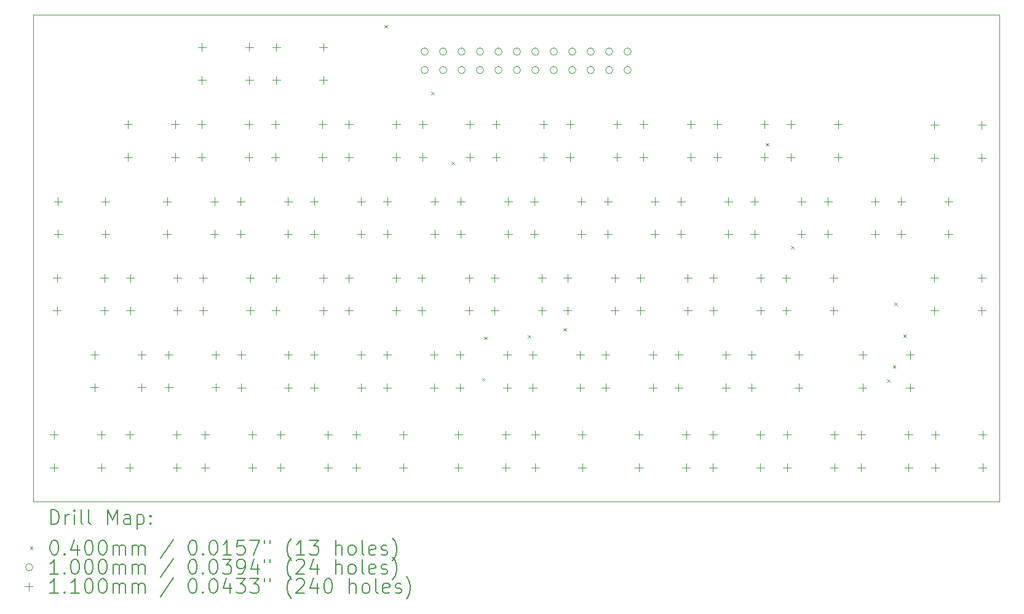
<source format=gbr>
%TF.GenerationSoftware,KiCad,Pcbnew,7.0.1*%
%TF.CreationDate,2023-09-25T23:55:46+03:00*%
%TF.ProjectId,keyboard_test,6b657962-6f61-4726-945f-746573742e6b,rev?*%
%TF.SameCoordinates,Original*%
%TF.FileFunction,Drillmap*%
%TF.FilePolarity,Positive*%
%FSLAX45Y45*%
G04 Gerber Fmt 4.5, Leading zero omitted, Abs format (unit mm)*
G04 Created by KiCad (PCBNEW 7.0.1) date 2023-09-25 23:55:46*
%MOMM*%
%LPD*%
G01*
G04 APERTURE LIST*
%ADD10C,0.100000*%
%ADD11C,0.200000*%
%ADD12C,0.040000*%
%ADD13C,0.110000*%
G04 APERTURE END LIST*
D10*
X3930410Y-8075720D02*
X17229850Y-8075720D01*
X17229850Y-14773700D01*
X3930410Y-14773700D01*
X3930410Y-8075720D01*
D11*
D12*
X8765240Y-8213280D02*
X8805240Y-8253280D01*
X8805240Y-8213280D02*
X8765240Y-8253280D01*
X9408120Y-9131650D02*
X9448120Y-9171650D01*
X9448120Y-9131650D02*
X9408120Y-9171650D01*
X9688610Y-10096440D02*
X9728610Y-10136440D01*
X9728610Y-10096440D02*
X9688610Y-10136440D01*
X10108010Y-13072220D02*
X10148010Y-13112220D01*
X10148010Y-13072220D02*
X10108010Y-13112220D01*
X10141030Y-12505800D02*
X10181030Y-12545800D01*
X10181030Y-12505800D02*
X10141030Y-12545800D01*
X10737930Y-12485480D02*
X10777930Y-12525480D01*
X10777930Y-12485480D02*
X10737930Y-12525480D01*
X11230690Y-12386420D02*
X11270690Y-12426420D01*
X11270690Y-12386420D02*
X11230690Y-12426420D01*
X14016160Y-9839360D02*
X14056160Y-9879360D01*
X14056160Y-9839360D02*
X14016160Y-9879360D01*
X14362510Y-11258660D02*
X14402510Y-11298660D01*
X14402510Y-11258660D02*
X14362510Y-11298660D01*
X15685850Y-13095080D02*
X15725850Y-13135080D01*
X15725850Y-13095080D02*
X15685850Y-13135080D01*
X15764590Y-12899500D02*
X15804590Y-12939500D01*
X15804590Y-12899500D02*
X15764590Y-12939500D01*
X15784910Y-12033360D02*
X15824910Y-12073360D01*
X15824910Y-12033360D02*
X15784910Y-12073360D01*
X15909370Y-12472780D02*
X15949370Y-12512780D01*
X15949370Y-12472780D02*
X15909370Y-12512780D01*
D10*
X9370290Y-8578640D02*
G75*
G03*
X9370290Y-8578640I-50000J0D01*
G01*
X9370290Y-8832640D02*
G75*
G03*
X9370290Y-8832640I-50000J0D01*
G01*
X9624290Y-8578640D02*
G75*
G03*
X9624290Y-8578640I-50000J0D01*
G01*
X9624290Y-8832640D02*
G75*
G03*
X9624290Y-8832640I-50000J0D01*
G01*
X9878290Y-8578640D02*
G75*
G03*
X9878290Y-8578640I-50000J0D01*
G01*
X9878290Y-8832640D02*
G75*
G03*
X9878290Y-8832640I-50000J0D01*
G01*
X10132290Y-8578640D02*
G75*
G03*
X10132290Y-8578640I-50000J0D01*
G01*
X10132290Y-8832640D02*
G75*
G03*
X10132290Y-8832640I-50000J0D01*
G01*
X10386290Y-8578640D02*
G75*
G03*
X10386290Y-8578640I-50000J0D01*
G01*
X10386290Y-8832640D02*
G75*
G03*
X10386290Y-8832640I-50000J0D01*
G01*
X10640290Y-8578640D02*
G75*
G03*
X10640290Y-8578640I-50000J0D01*
G01*
X10640290Y-8832640D02*
G75*
G03*
X10640290Y-8832640I-50000J0D01*
G01*
X10894290Y-8578640D02*
G75*
G03*
X10894290Y-8578640I-50000J0D01*
G01*
X10894290Y-8832640D02*
G75*
G03*
X10894290Y-8832640I-50000J0D01*
G01*
X11148290Y-8578640D02*
G75*
G03*
X11148290Y-8578640I-50000J0D01*
G01*
X11148290Y-8832640D02*
G75*
G03*
X11148290Y-8832640I-50000J0D01*
G01*
X11402290Y-8578640D02*
G75*
G03*
X11402290Y-8578640I-50000J0D01*
G01*
X11402290Y-8832640D02*
G75*
G03*
X11402290Y-8832640I-50000J0D01*
G01*
X11656290Y-8578640D02*
G75*
G03*
X11656290Y-8578640I-50000J0D01*
G01*
X11656290Y-8832640D02*
G75*
G03*
X11656290Y-8832640I-50000J0D01*
G01*
X11910290Y-8578640D02*
G75*
G03*
X11910290Y-8578640I-50000J0D01*
G01*
X11910290Y-8832640D02*
G75*
G03*
X11910290Y-8832640I-50000J0D01*
G01*
X12164290Y-8578640D02*
G75*
G03*
X12164290Y-8578640I-50000J0D01*
G01*
X12164290Y-8832640D02*
G75*
G03*
X12164290Y-8832640I-50000J0D01*
G01*
D13*
X4217550Y-13802700D02*
X4217550Y-13912700D01*
X4162550Y-13857700D02*
X4272550Y-13857700D01*
X4217550Y-14252700D02*
X4217550Y-14362700D01*
X4162550Y-14307700D02*
X4272550Y-14307700D01*
X4260490Y-11641280D02*
X4260490Y-11751280D01*
X4205490Y-11696280D02*
X4315490Y-11696280D01*
X4260490Y-12091280D02*
X4260490Y-12201280D01*
X4205490Y-12146280D02*
X4315490Y-12146280D01*
X4273550Y-10588240D02*
X4273550Y-10698240D01*
X4218550Y-10643240D02*
X4328550Y-10643240D01*
X4273550Y-11038240D02*
X4273550Y-11148240D01*
X4218550Y-11093240D02*
X4328550Y-11093240D01*
X4773930Y-12701520D02*
X4773930Y-12811520D01*
X4718930Y-12756520D02*
X4828930Y-12756520D01*
X4773930Y-13151520D02*
X4773930Y-13261520D01*
X4718930Y-13206520D02*
X4828930Y-13206520D01*
X4867550Y-13802700D02*
X4867550Y-13912700D01*
X4812550Y-13857700D02*
X4922550Y-13857700D01*
X4867550Y-14252700D02*
X4867550Y-14362700D01*
X4812550Y-14307700D02*
X4922550Y-14307700D01*
X4910490Y-11641280D02*
X4910490Y-11751280D01*
X4855490Y-11696280D02*
X4965490Y-11696280D01*
X4910490Y-12091280D02*
X4910490Y-12201280D01*
X4855490Y-12146280D02*
X4965490Y-12146280D01*
X4923550Y-10588240D02*
X4923550Y-10698240D01*
X4868550Y-10643240D02*
X4978550Y-10643240D01*
X4923550Y-11038240D02*
X4923550Y-11148240D01*
X4868550Y-11093240D02*
X4978550Y-11093240D01*
X5236090Y-9528000D02*
X5236090Y-9638000D01*
X5181090Y-9583000D02*
X5291090Y-9583000D01*
X5236090Y-9978000D02*
X5236090Y-10088000D01*
X5181090Y-10033000D02*
X5291090Y-10033000D01*
X5257680Y-13802700D02*
X5257680Y-13912700D01*
X5202680Y-13857700D02*
X5312680Y-13857700D01*
X5257680Y-14252700D02*
X5257680Y-14362700D01*
X5202680Y-14307700D02*
X5312680Y-14307700D01*
X5266570Y-11641280D02*
X5266570Y-11751280D01*
X5211570Y-11696280D02*
X5321570Y-11696280D01*
X5266570Y-12091280D02*
X5266570Y-12201280D01*
X5211570Y-12146280D02*
X5321570Y-12146280D01*
X5423930Y-12701520D02*
X5423930Y-12811520D01*
X5368930Y-12756520D02*
X5478930Y-12756520D01*
X5423930Y-13151520D02*
X5423930Y-13261520D01*
X5368930Y-13206520D02*
X5478930Y-13206520D01*
X5776770Y-10588240D02*
X5776770Y-10698240D01*
X5721770Y-10643240D02*
X5831770Y-10643240D01*
X5776770Y-11038240D02*
X5776770Y-11148240D01*
X5721770Y-11093240D02*
X5831770Y-11093240D01*
X5794890Y-12700460D02*
X5794890Y-12810460D01*
X5739890Y-12755460D02*
X5849890Y-12755460D01*
X5794890Y-13150460D02*
X5794890Y-13260460D01*
X5739890Y-13205460D02*
X5849890Y-13205460D01*
X5886090Y-9528000D02*
X5886090Y-9638000D01*
X5831090Y-9583000D02*
X5941090Y-9583000D01*
X5886090Y-9978000D02*
X5886090Y-10088000D01*
X5831090Y-10033000D02*
X5941090Y-10033000D01*
X5907680Y-13802700D02*
X5907680Y-13912700D01*
X5852680Y-13857700D02*
X5962680Y-13857700D01*
X5907680Y-14252700D02*
X5907680Y-14362700D01*
X5852680Y-14307700D02*
X5962680Y-14307700D01*
X5916570Y-11641280D02*
X5916570Y-11751280D01*
X5861570Y-11696280D02*
X5971570Y-11696280D01*
X5916570Y-12091280D02*
X5916570Y-12201280D01*
X5861570Y-12146280D02*
X5971570Y-12146280D01*
X6250110Y-9528000D02*
X6250110Y-9638000D01*
X6195110Y-9583000D02*
X6305110Y-9583000D01*
X6250110Y-9978000D02*
X6250110Y-10088000D01*
X6195110Y-10033000D02*
X6305110Y-10033000D01*
X6254750Y-8465220D02*
X6254750Y-8575220D01*
X6199750Y-8520220D02*
X6309750Y-8520220D01*
X6254750Y-8915220D02*
X6254750Y-9025220D01*
X6199750Y-8970220D02*
X6309750Y-8970220D01*
X6270100Y-11641280D02*
X6270100Y-11751280D01*
X6215100Y-11696280D02*
X6325100Y-11696280D01*
X6270100Y-12091280D02*
X6270100Y-12201280D01*
X6215100Y-12146280D02*
X6325100Y-12146280D01*
X6297810Y-13802700D02*
X6297810Y-13912700D01*
X6242810Y-13857700D02*
X6352810Y-13857700D01*
X6297810Y-14252700D02*
X6297810Y-14362700D01*
X6242810Y-14307700D02*
X6352810Y-14307700D01*
X6426770Y-10588240D02*
X6426770Y-10698240D01*
X6371770Y-10643240D02*
X6481770Y-10643240D01*
X6426770Y-11038240D02*
X6426770Y-11148240D01*
X6371770Y-11093240D02*
X6481770Y-11093240D01*
X6444890Y-12700460D02*
X6444890Y-12810460D01*
X6389890Y-12755460D02*
X6499890Y-12755460D01*
X6444890Y-13150460D02*
X6444890Y-13260460D01*
X6389890Y-13205460D02*
X6499890Y-13205460D01*
X6787230Y-10588240D02*
X6787230Y-10698240D01*
X6732230Y-10643240D02*
X6842230Y-10643240D01*
X6787230Y-11038240D02*
X6787230Y-11148240D01*
X6732230Y-11093240D02*
X6842230Y-11093240D01*
X6794010Y-12703000D02*
X6794010Y-12813000D01*
X6739010Y-12758000D02*
X6849010Y-12758000D01*
X6794010Y-13153000D02*
X6794010Y-13263000D01*
X6739010Y-13208000D02*
X6849010Y-13208000D01*
X6900110Y-9528000D02*
X6900110Y-9638000D01*
X6845110Y-9583000D02*
X6955110Y-9583000D01*
X6900110Y-9978000D02*
X6900110Y-10088000D01*
X6845110Y-10033000D02*
X6955110Y-10033000D01*
X6904750Y-8465220D02*
X6904750Y-8575220D01*
X6849750Y-8520220D02*
X6959750Y-8520220D01*
X6904750Y-8915220D02*
X6904750Y-9025220D01*
X6849750Y-8970220D02*
X6959750Y-8970220D01*
X6920100Y-11641280D02*
X6920100Y-11751280D01*
X6865100Y-11696280D02*
X6975100Y-11696280D01*
X6920100Y-12091280D02*
X6920100Y-12201280D01*
X6865100Y-12146280D02*
X6975100Y-12146280D01*
X6947810Y-13802700D02*
X6947810Y-13912700D01*
X6892810Y-13857700D02*
X7002810Y-13857700D01*
X6947810Y-14252700D02*
X6947810Y-14362700D01*
X6892810Y-14307700D02*
X7002810Y-14307700D01*
X7264140Y-9528000D02*
X7264140Y-9638000D01*
X7209140Y-9583000D02*
X7319140Y-9583000D01*
X7264140Y-9978000D02*
X7264140Y-10088000D01*
X7209140Y-10033000D02*
X7319140Y-10033000D01*
X7273630Y-11641280D02*
X7273630Y-11751280D01*
X7218630Y-11696280D02*
X7328630Y-11696280D01*
X7273630Y-12091280D02*
X7273630Y-12201280D01*
X7218630Y-12146280D02*
X7328630Y-12146280D01*
X7275830Y-8465220D02*
X7275830Y-8575220D01*
X7220830Y-8520220D02*
X7330830Y-8520220D01*
X7275830Y-8915220D02*
X7275830Y-9025220D01*
X7220830Y-8970220D02*
X7330830Y-8970220D01*
X7337940Y-13802700D02*
X7337940Y-13912700D01*
X7282940Y-13857700D02*
X7392940Y-13857700D01*
X7337940Y-14252700D02*
X7337940Y-14362700D01*
X7282940Y-14307700D02*
X7392940Y-14307700D01*
X7437230Y-10588240D02*
X7437230Y-10698240D01*
X7382230Y-10643240D02*
X7492230Y-10643240D01*
X7437230Y-11038240D02*
X7437230Y-11148240D01*
X7382230Y-11093240D02*
X7492230Y-11093240D01*
X7444010Y-12703000D02*
X7444010Y-12813000D01*
X7389010Y-12758000D02*
X7499010Y-12758000D01*
X7444010Y-13153000D02*
X7444010Y-13263000D01*
X7389010Y-13208000D02*
X7499010Y-13208000D01*
X7797680Y-10588240D02*
X7797680Y-10698240D01*
X7742680Y-10643240D02*
X7852680Y-10643240D01*
X7797680Y-11038240D02*
X7797680Y-11148240D01*
X7742680Y-11093240D02*
X7852680Y-11093240D01*
X7797810Y-12703000D02*
X7797810Y-12813000D01*
X7742810Y-12758000D02*
X7852810Y-12758000D01*
X7797810Y-13153000D02*
X7797810Y-13263000D01*
X7742810Y-13208000D02*
X7852810Y-13208000D01*
X7914140Y-9528000D02*
X7914140Y-9638000D01*
X7859140Y-9583000D02*
X7969140Y-9583000D01*
X7914140Y-9978000D02*
X7914140Y-10088000D01*
X7859140Y-10033000D02*
X7969140Y-10033000D01*
X7923630Y-11641280D02*
X7923630Y-11751280D01*
X7868630Y-11696280D02*
X7978630Y-11696280D01*
X7923630Y-12091280D02*
X7923630Y-12201280D01*
X7868630Y-12146280D02*
X7978630Y-12146280D01*
X7925830Y-8465220D02*
X7925830Y-8575220D01*
X7870830Y-8520220D02*
X7980830Y-8520220D01*
X7925830Y-8915220D02*
X7925830Y-9025220D01*
X7870830Y-8970220D02*
X7980830Y-8970220D01*
X7987940Y-13802700D02*
X7987940Y-13912700D01*
X7932940Y-13857700D02*
X8042940Y-13857700D01*
X7987940Y-14252700D02*
X7987940Y-14362700D01*
X7932940Y-14307700D02*
X8042940Y-14307700D01*
X8277160Y-11641280D02*
X8277160Y-11751280D01*
X8222160Y-11696280D02*
X8332160Y-11696280D01*
X8277160Y-12091280D02*
X8277160Y-12201280D01*
X8222160Y-12146280D02*
X8332160Y-12146280D01*
X8278160Y-9528000D02*
X8278160Y-9638000D01*
X8223160Y-9583000D02*
X8333160Y-9583000D01*
X8278160Y-9978000D02*
X8278160Y-10088000D01*
X8223160Y-10033000D02*
X8333160Y-10033000D01*
X8378070Y-13802700D02*
X8378070Y-13912700D01*
X8323070Y-13857700D02*
X8433070Y-13857700D01*
X8378070Y-14252700D02*
X8378070Y-14362700D01*
X8323070Y-14307700D02*
X8433070Y-14307700D01*
X8447680Y-10588240D02*
X8447680Y-10698240D01*
X8392680Y-10643240D02*
X8502680Y-10643240D01*
X8447680Y-11038240D02*
X8447680Y-11148240D01*
X8392680Y-11093240D02*
X8502680Y-11093240D01*
X8447810Y-12703000D02*
X8447810Y-12813000D01*
X8392810Y-12758000D02*
X8502810Y-12758000D01*
X8447810Y-13153000D02*
X8447810Y-13263000D01*
X8392810Y-13208000D02*
X8502810Y-13208000D01*
X8801620Y-12703000D02*
X8801620Y-12813000D01*
X8746620Y-12758000D02*
X8856620Y-12758000D01*
X8801620Y-13153000D02*
X8801620Y-13263000D01*
X8746620Y-13208000D02*
X8856620Y-13208000D01*
X8808140Y-10588240D02*
X8808140Y-10698240D01*
X8753140Y-10643240D02*
X8863140Y-10643240D01*
X8808140Y-11038240D02*
X8808140Y-11148240D01*
X8753140Y-11093240D02*
X8863140Y-11093240D01*
X8927160Y-11641280D02*
X8927160Y-11751280D01*
X8872160Y-11696280D02*
X8982160Y-11696280D01*
X8927160Y-12091280D02*
X8927160Y-12201280D01*
X8872160Y-12146280D02*
X8982160Y-12146280D01*
X8928160Y-9528000D02*
X8928160Y-9638000D01*
X8873160Y-9583000D02*
X8983160Y-9583000D01*
X8928160Y-9978000D02*
X8928160Y-10088000D01*
X8873160Y-10033000D02*
X8983160Y-10033000D01*
X9028070Y-13802700D02*
X9028070Y-13912700D01*
X8973070Y-13857700D02*
X9083070Y-13857700D01*
X9028070Y-14252700D02*
X9028070Y-14362700D01*
X8973070Y-14307700D02*
X9083070Y-14307700D01*
X9280690Y-11641280D02*
X9280690Y-11751280D01*
X9225690Y-11696280D02*
X9335690Y-11696280D01*
X9280690Y-12091280D02*
X9280690Y-12201280D01*
X9225690Y-12146280D02*
X9335690Y-12146280D01*
X9292190Y-9528000D02*
X9292190Y-9638000D01*
X9237190Y-9583000D02*
X9347190Y-9583000D01*
X9292190Y-9978000D02*
X9292190Y-10088000D01*
X9237190Y-10033000D02*
X9347190Y-10033000D01*
X9451620Y-12703000D02*
X9451620Y-12813000D01*
X9396620Y-12758000D02*
X9506620Y-12758000D01*
X9451620Y-13153000D02*
X9451620Y-13263000D01*
X9396620Y-13208000D02*
X9506620Y-13208000D01*
X9458140Y-10588240D02*
X9458140Y-10698240D01*
X9403140Y-10643240D02*
X9513140Y-10643240D01*
X9458140Y-11038240D02*
X9458140Y-11148240D01*
X9403140Y-11093240D02*
X9513140Y-11093240D01*
X9785230Y-13802700D02*
X9785230Y-13912700D01*
X9730230Y-13857700D02*
X9840230Y-13857700D01*
X9785230Y-14252700D02*
X9785230Y-14362700D01*
X9730230Y-14307700D02*
X9840230Y-14307700D01*
X9805430Y-12703000D02*
X9805430Y-12813000D01*
X9750430Y-12758000D02*
X9860430Y-12758000D01*
X9805430Y-13153000D02*
X9805430Y-13263000D01*
X9750430Y-13208000D02*
X9860430Y-13208000D01*
X9818600Y-10588240D02*
X9818600Y-10698240D01*
X9763600Y-10643240D02*
X9873600Y-10643240D01*
X9818600Y-11038240D02*
X9818600Y-11148240D01*
X9763600Y-11093240D02*
X9873600Y-11093240D01*
X9930690Y-11641280D02*
X9930690Y-11751280D01*
X9875690Y-11696280D02*
X9985690Y-11696280D01*
X9930690Y-12091280D02*
X9930690Y-12201280D01*
X9875690Y-12146280D02*
X9985690Y-12146280D01*
X9942190Y-9528000D02*
X9942190Y-9638000D01*
X9887190Y-9583000D02*
X9997190Y-9583000D01*
X9942190Y-9978000D02*
X9942190Y-10088000D01*
X9887190Y-10033000D02*
X9997190Y-10033000D01*
X10284220Y-11641280D02*
X10284220Y-11751280D01*
X10229220Y-11696280D02*
X10339220Y-11696280D01*
X10284220Y-12091280D02*
X10284220Y-12201280D01*
X10229220Y-12146280D02*
X10339220Y-12146280D01*
X10306210Y-9528000D02*
X10306210Y-9638000D01*
X10251210Y-9583000D02*
X10361210Y-9583000D01*
X10306210Y-9978000D02*
X10306210Y-10088000D01*
X10251210Y-10033000D02*
X10361210Y-10033000D01*
X10435230Y-13802700D02*
X10435230Y-13912700D01*
X10380230Y-13857700D02*
X10490230Y-13857700D01*
X10435230Y-14252700D02*
X10435230Y-14362700D01*
X10380230Y-14307700D02*
X10490230Y-14307700D01*
X10455430Y-12703000D02*
X10455430Y-12813000D01*
X10400430Y-12758000D02*
X10510430Y-12758000D01*
X10455430Y-13153000D02*
X10455430Y-13263000D01*
X10400430Y-13208000D02*
X10510430Y-13208000D01*
X10468600Y-10588240D02*
X10468600Y-10698240D01*
X10413600Y-10643240D02*
X10523600Y-10643240D01*
X10468600Y-11038240D02*
X10468600Y-11148240D01*
X10413600Y-11093240D02*
X10523600Y-11093240D01*
X10809240Y-12703000D02*
X10809240Y-12813000D01*
X10754240Y-12758000D02*
X10864240Y-12758000D01*
X10809240Y-13153000D02*
X10809240Y-13263000D01*
X10754240Y-13208000D02*
X10864240Y-13208000D01*
X10829060Y-10588240D02*
X10829060Y-10698240D01*
X10774060Y-10643240D02*
X10884060Y-10643240D01*
X10829060Y-11038240D02*
X10829060Y-11148240D01*
X10774060Y-11093240D02*
X10884060Y-11093240D01*
X10841870Y-13802700D02*
X10841870Y-13912700D01*
X10786870Y-13857700D02*
X10896870Y-13857700D01*
X10841870Y-14252700D02*
X10841870Y-14362700D01*
X10786870Y-14307700D02*
X10896870Y-14307700D01*
X10934220Y-11641280D02*
X10934220Y-11751280D01*
X10879220Y-11696280D02*
X10989220Y-11696280D01*
X10934220Y-12091280D02*
X10934220Y-12201280D01*
X10879220Y-12146280D02*
X10989220Y-12146280D01*
X10956210Y-9528000D02*
X10956210Y-9638000D01*
X10901210Y-9583000D02*
X11011210Y-9583000D01*
X10956210Y-9978000D02*
X10956210Y-10088000D01*
X10901210Y-10033000D02*
X11011210Y-10033000D01*
X11287760Y-11641280D02*
X11287760Y-11751280D01*
X11232760Y-11696280D02*
X11342760Y-11696280D01*
X11287760Y-12091280D02*
X11287760Y-12201280D01*
X11232760Y-12146280D02*
X11342760Y-12146280D01*
X11320240Y-9528000D02*
X11320240Y-9638000D01*
X11265240Y-9583000D02*
X11375240Y-9583000D01*
X11320240Y-9978000D02*
X11320240Y-10088000D01*
X11265240Y-10033000D02*
X11375240Y-10033000D01*
X11459240Y-12703000D02*
X11459240Y-12813000D01*
X11404240Y-12758000D02*
X11514240Y-12758000D01*
X11459240Y-13153000D02*
X11459240Y-13263000D01*
X11404240Y-13208000D02*
X11514240Y-13208000D01*
X11479060Y-10588240D02*
X11479060Y-10698240D01*
X11424060Y-10643240D02*
X11534060Y-10643240D01*
X11479060Y-11038240D02*
X11479060Y-11148240D01*
X11424060Y-11093240D02*
X11534060Y-11093240D01*
X11491870Y-13802700D02*
X11491870Y-13912700D01*
X11436870Y-13857700D02*
X11546870Y-13857700D01*
X11491870Y-14252700D02*
X11491870Y-14362700D01*
X11436870Y-14307700D02*
X11546870Y-14307700D01*
X11813050Y-12703000D02*
X11813050Y-12813000D01*
X11758050Y-12758000D02*
X11868050Y-12758000D01*
X11813050Y-13153000D02*
X11813050Y-13263000D01*
X11758050Y-13208000D02*
X11868050Y-13208000D01*
X11839520Y-10588240D02*
X11839520Y-10698240D01*
X11784520Y-10643240D02*
X11894520Y-10643240D01*
X11839520Y-11038240D02*
X11839520Y-11148240D01*
X11784520Y-11093240D02*
X11894520Y-11093240D01*
X11937760Y-11641280D02*
X11937760Y-11751280D01*
X11882760Y-11696280D02*
X11992760Y-11696280D01*
X11937760Y-12091280D02*
X11937760Y-12201280D01*
X11882760Y-12146280D02*
X11992760Y-12146280D01*
X11970240Y-9528000D02*
X11970240Y-9638000D01*
X11915240Y-9583000D02*
X12025240Y-9583000D01*
X11970240Y-9978000D02*
X11970240Y-10088000D01*
X11915240Y-10033000D02*
X12025240Y-10033000D01*
X12269470Y-13802700D02*
X12269470Y-13912700D01*
X12214470Y-13857700D02*
X12324470Y-13857700D01*
X12269470Y-14252700D02*
X12269470Y-14362700D01*
X12214470Y-14307700D02*
X12324470Y-14307700D01*
X12291290Y-11641280D02*
X12291290Y-11751280D01*
X12236290Y-11696280D02*
X12346290Y-11696280D01*
X12291290Y-12091280D02*
X12291290Y-12201280D01*
X12236290Y-12146280D02*
X12346290Y-12146280D01*
X12334260Y-9528000D02*
X12334260Y-9638000D01*
X12279260Y-9583000D02*
X12389260Y-9583000D01*
X12334260Y-9978000D02*
X12334260Y-10088000D01*
X12279260Y-10033000D02*
X12389260Y-10033000D01*
X12463050Y-12703000D02*
X12463050Y-12813000D01*
X12408050Y-12758000D02*
X12518050Y-12758000D01*
X12463050Y-13153000D02*
X12463050Y-13263000D01*
X12408050Y-13208000D02*
X12518050Y-13208000D01*
X12489520Y-10588240D02*
X12489520Y-10698240D01*
X12434520Y-10643240D02*
X12544520Y-10643240D01*
X12489520Y-11038240D02*
X12489520Y-11148240D01*
X12434520Y-11093240D02*
X12544520Y-11093240D01*
X12816850Y-12703000D02*
X12816850Y-12813000D01*
X12761850Y-12758000D02*
X12871850Y-12758000D01*
X12816850Y-13153000D02*
X12816850Y-13263000D01*
X12761850Y-13208000D02*
X12871850Y-13208000D01*
X12849970Y-10588240D02*
X12849970Y-10698240D01*
X12794970Y-10643240D02*
X12904970Y-10643240D01*
X12849970Y-11038240D02*
X12849970Y-11148240D01*
X12794970Y-11093240D02*
X12904970Y-11093240D01*
X12919470Y-13802700D02*
X12919470Y-13912700D01*
X12864470Y-13857700D02*
X12974470Y-13857700D01*
X12919470Y-14252700D02*
X12919470Y-14362700D01*
X12864470Y-14307700D02*
X12974470Y-14307700D01*
X12941290Y-11641280D02*
X12941290Y-11751280D01*
X12886290Y-11696280D02*
X12996290Y-11696280D01*
X12941290Y-12091280D02*
X12941290Y-12201280D01*
X12886290Y-12146280D02*
X12996290Y-12146280D01*
X12984260Y-9528000D02*
X12984260Y-9638000D01*
X12929260Y-9583000D02*
X13039260Y-9583000D01*
X12984260Y-9978000D02*
X12984260Y-10088000D01*
X12929260Y-10033000D02*
X13039260Y-10033000D01*
X13289920Y-13802700D02*
X13289920Y-13912700D01*
X13234920Y-13857700D02*
X13344920Y-13857700D01*
X13289920Y-14252700D02*
X13289920Y-14362700D01*
X13234920Y-14307700D02*
X13344920Y-14307700D01*
X13294820Y-11641280D02*
X13294820Y-11751280D01*
X13239820Y-11696280D02*
X13349820Y-11696280D01*
X13294820Y-12091280D02*
X13294820Y-12201280D01*
X13239820Y-12146280D02*
X13349820Y-12146280D01*
X13348290Y-9528000D02*
X13348290Y-9638000D01*
X13293290Y-9583000D02*
X13403290Y-9583000D01*
X13348290Y-9978000D02*
X13348290Y-10088000D01*
X13293290Y-10033000D02*
X13403290Y-10033000D01*
X13466850Y-12703000D02*
X13466850Y-12813000D01*
X13411850Y-12758000D02*
X13521850Y-12758000D01*
X13466850Y-13153000D02*
X13466850Y-13263000D01*
X13411850Y-13208000D02*
X13521850Y-13208000D01*
X13499970Y-10588240D02*
X13499970Y-10698240D01*
X13444970Y-10643240D02*
X13554970Y-10643240D01*
X13499970Y-11038240D02*
X13499970Y-11148240D01*
X13444970Y-11093240D02*
X13554970Y-11093240D01*
X13820660Y-12703000D02*
X13820660Y-12813000D01*
X13765660Y-12758000D02*
X13875660Y-12758000D01*
X13820660Y-13153000D02*
X13820660Y-13263000D01*
X13765660Y-13208000D02*
X13875660Y-13208000D01*
X13860430Y-10588240D02*
X13860430Y-10698240D01*
X13805430Y-10643240D02*
X13915430Y-10643240D01*
X13860430Y-11038240D02*
X13860430Y-11148240D01*
X13805430Y-11093240D02*
X13915430Y-11093240D01*
X13939920Y-13802700D02*
X13939920Y-13912700D01*
X13884920Y-13857700D02*
X13994920Y-13857700D01*
X13939920Y-14252700D02*
X13939920Y-14362700D01*
X13884920Y-14307700D02*
X13994920Y-14307700D01*
X13944820Y-11641280D02*
X13944820Y-11751280D01*
X13889820Y-11696280D02*
X13999820Y-11696280D01*
X13944820Y-12091280D02*
X13944820Y-12201280D01*
X13889820Y-12146280D02*
X13999820Y-12146280D01*
X13998290Y-9528000D02*
X13998290Y-9638000D01*
X13943290Y-9583000D02*
X14053290Y-9583000D01*
X13998290Y-9978000D02*
X13998290Y-10088000D01*
X13943290Y-10033000D02*
X14053290Y-10033000D01*
X14298348Y-11641280D02*
X14298348Y-11751280D01*
X14243348Y-11696280D02*
X14353348Y-11696280D01*
X14298348Y-12091280D02*
X14298348Y-12201280D01*
X14243348Y-12146280D02*
X14353348Y-12146280D01*
X14310360Y-13802700D02*
X14310360Y-13912700D01*
X14255360Y-13857700D02*
X14365360Y-13857700D01*
X14310360Y-14252700D02*
X14310360Y-14362700D01*
X14255360Y-14307700D02*
X14365360Y-14307700D01*
X14362310Y-9528000D02*
X14362310Y-9638000D01*
X14307310Y-9583000D02*
X14417310Y-9583000D01*
X14362310Y-9978000D02*
X14362310Y-10088000D01*
X14307310Y-10033000D02*
X14417310Y-10033000D01*
X14470660Y-12703000D02*
X14470660Y-12813000D01*
X14415660Y-12758000D02*
X14525660Y-12758000D01*
X14470660Y-13153000D02*
X14470660Y-13263000D01*
X14415660Y-13208000D02*
X14525660Y-13208000D01*
X14510430Y-10588240D02*
X14510430Y-10698240D01*
X14455430Y-10643240D02*
X14565430Y-10643240D01*
X14510430Y-11038240D02*
X14510430Y-11148240D01*
X14455430Y-11093240D02*
X14565430Y-11093240D01*
X14870890Y-10588240D02*
X14870890Y-10698240D01*
X14815890Y-10643240D02*
X14925890Y-10643240D01*
X14870890Y-11038240D02*
X14870890Y-11148240D01*
X14815890Y-11093240D02*
X14925890Y-11093240D01*
X14948348Y-11641280D02*
X14948348Y-11751280D01*
X14893348Y-11696280D02*
X15003348Y-11696280D01*
X14948348Y-12091280D02*
X14948348Y-12201280D01*
X14893348Y-12146280D02*
X15003348Y-12146280D01*
X14960360Y-13802700D02*
X14960360Y-13912700D01*
X14905360Y-13857700D02*
X15015360Y-13857700D01*
X14960360Y-14252700D02*
X14960360Y-14362700D01*
X14905360Y-14307700D02*
X15015360Y-14307700D01*
X15012310Y-9528000D02*
X15012310Y-9638000D01*
X14957310Y-9583000D02*
X15067310Y-9583000D01*
X15012310Y-9978000D02*
X15012310Y-10088000D01*
X14957310Y-10033000D02*
X15067310Y-10033000D01*
X15330810Y-13802700D02*
X15330810Y-13912700D01*
X15275810Y-13857700D02*
X15385810Y-13857700D01*
X15330810Y-14252700D02*
X15330810Y-14362700D01*
X15275810Y-14307700D02*
X15385810Y-14307700D01*
X15352790Y-12703000D02*
X15352790Y-12813000D01*
X15297790Y-12758000D02*
X15407790Y-12758000D01*
X15352790Y-13153000D02*
X15352790Y-13263000D01*
X15297790Y-13208000D02*
X15407790Y-13208000D01*
X15520890Y-10588240D02*
X15520890Y-10698240D01*
X15465890Y-10643240D02*
X15575890Y-10643240D01*
X15520890Y-11038240D02*
X15520890Y-11148240D01*
X15465890Y-11093240D02*
X15575890Y-11093240D01*
X15881350Y-10588240D02*
X15881350Y-10698240D01*
X15826350Y-10643240D02*
X15936350Y-10643240D01*
X15881350Y-11038240D02*
X15881350Y-11148240D01*
X15826350Y-11093240D02*
X15936350Y-11093240D01*
X15980810Y-13802700D02*
X15980810Y-13912700D01*
X15925810Y-13857700D02*
X16035810Y-13857700D01*
X15980810Y-14252700D02*
X15980810Y-14362700D01*
X15925810Y-14307700D02*
X16035810Y-14307700D01*
X16002790Y-12703000D02*
X16002790Y-12813000D01*
X15947790Y-12758000D02*
X16057790Y-12758000D01*
X16002790Y-13153000D02*
X16002790Y-13263000D01*
X15947790Y-13208000D02*
X16057790Y-13208000D01*
X16338550Y-9536040D02*
X16338550Y-9646040D01*
X16283550Y-9591040D02*
X16393550Y-9591040D01*
X16338550Y-9986040D02*
X16338550Y-10096040D01*
X16283550Y-10041040D02*
X16393550Y-10041040D01*
X16338550Y-11641280D02*
X16338550Y-11751280D01*
X16283550Y-11696280D02*
X16393550Y-11696280D01*
X16338550Y-12091280D02*
X16338550Y-12201280D01*
X16283550Y-12146280D02*
X16393550Y-12146280D01*
X16351250Y-13802700D02*
X16351250Y-13912700D01*
X16296250Y-13857700D02*
X16406250Y-13857700D01*
X16351250Y-14252700D02*
X16351250Y-14362700D01*
X16296250Y-14307700D02*
X16406250Y-14307700D01*
X16531350Y-10588240D02*
X16531350Y-10698240D01*
X16476350Y-10643240D02*
X16586350Y-10643240D01*
X16531350Y-11038240D02*
X16531350Y-11148240D01*
X16476350Y-11093240D02*
X16586350Y-11093240D01*
X16988550Y-9536040D02*
X16988550Y-9646040D01*
X16933550Y-9591040D02*
X17043550Y-9591040D01*
X16988550Y-9986040D02*
X16988550Y-10096040D01*
X16933550Y-10041040D02*
X17043550Y-10041040D01*
X16988550Y-11641280D02*
X16988550Y-11751280D01*
X16933550Y-11696280D02*
X17043550Y-11696280D01*
X16988550Y-12091280D02*
X16988550Y-12201280D01*
X16933550Y-12146280D02*
X17043550Y-12146280D01*
X17001250Y-13802700D02*
X17001250Y-13912700D01*
X16946250Y-13857700D02*
X17056250Y-13857700D01*
X17001250Y-14252700D02*
X17001250Y-14362700D01*
X16946250Y-14307700D02*
X17056250Y-14307700D01*
D11*
X4173029Y-15091224D02*
X4173029Y-14891224D01*
X4173029Y-14891224D02*
X4220648Y-14891224D01*
X4220648Y-14891224D02*
X4249220Y-14900748D01*
X4249220Y-14900748D02*
X4268267Y-14919795D01*
X4268267Y-14919795D02*
X4277791Y-14938843D01*
X4277791Y-14938843D02*
X4287315Y-14976938D01*
X4287315Y-14976938D02*
X4287315Y-15005509D01*
X4287315Y-15005509D02*
X4277791Y-15043605D01*
X4277791Y-15043605D02*
X4268267Y-15062652D01*
X4268267Y-15062652D02*
X4249220Y-15081700D01*
X4249220Y-15081700D02*
X4220648Y-15091224D01*
X4220648Y-15091224D02*
X4173029Y-15091224D01*
X4373029Y-15091224D02*
X4373029Y-14957890D01*
X4373029Y-14995986D02*
X4382553Y-14976938D01*
X4382553Y-14976938D02*
X4392077Y-14967414D01*
X4392077Y-14967414D02*
X4411124Y-14957890D01*
X4411124Y-14957890D02*
X4430172Y-14957890D01*
X4496839Y-15091224D02*
X4496839Y-14957890D01*
X4496839Y-14891224D02*
X4487315Y-14900748D01*
X4487315Y-14900748D02*
X4496839Y-14910271D01*
X4496839Y-14910271D02*
X4506362Y-14900748D01*
X4506362Y-14900748D02*
X4496839Y-14891224D01*
X4496839Y-14891224D02*
X4496839Y-14910271D01*
X4620648Y-15091224D02*
X4601600Y-15081700D01*
X4601600Y-15081700D02*
X4592077Y-15062652D01*
X4592077Y-15062652D02*
X4592077Y-14891224D01*
X4725410Y-15091224D02*
X4706362Y-15081700D01*
X4706362Y-15081700D02*
X4696839Y-15062652D01*
X4696839Y-15062652D02*
X4696839Y-14891224D01*
X4953981Y-15091224D02*
X4953981Y-14891224D01*
X4953981Y-14891224D02*
X5020648Y-15034081D01*
X5020648Y-15034081D02*
X5087315Y-14891224D01*
X5087315Y-14891224D02*
X5087315Y-15091224D01*
X5268267Y-15091224D02*
X5268267Y-14986462D01*
X5268267Y-14986462D02*
X5258743Y-14967414D01*
X5258743Y-14967414D02*
X5239696Y-14957890D01*
X5239696Y-14957890D02*
X5201600Y-14957890D01*
X5201600Y-14957890D02*
X5182553Y-14967414D01*
X5268267Y-15081700D02*
X5249220Y-15091224D01*
X5249220Y-15091224D02*
X5201600Y-15091224D01*
X5201600Y-15091224D02*
X5182553Y-15081700D01*
X5182553Y-15081700D02*
X5173029Y-15062652D01*
X5173029Y-15062652D02*
X5173029Y-15043605D01*
X5173029Y-15043605D02*
X5182553Y-15024557D01*
X5182553Y-15024557D02*
X5201600Y-15015033D01*
X5201600Y-15015033D02*
X5249220Y-15015033D01*
X5249220Y-15015033D02*
X5268267Y-15005509D01*
X5363505Y-14957890D02*
X5363505Y-15157890D01*
X5363505Y-14967414D02*
X5382553Y-14957890D01*
X5382553Y-14957890D02*
X5420648Y-14957890D01*
X5420648Y-14957890D02*
X5439696Y-14967414D01*
X5439696Y-14967414D02*
X5449220Y-14976938D01*
X5449220Y-14976938D02*
X5458743Y-14995986D01*
X5458743Y-14995986D02*
X5458743Y-15053128D01*
X5458743Y-15053128D02*
X5449220Y-15072176D01*
X5449220Y-15072176D02*
X5439696Y-15081700D01*
X5439696Y-15081700D02*
X5420648Y-15091224D01*
X5420648Y-15091224D02*
X5382553Y-15091224D01*
X5382553Y-15091224D02*
X5363505Y-15081700D01*
X5544458Y-15072176D02*
X5553981Y-15081700D01*
X5553981Y-15081700D02*
X5544458Y-15091224D01*
X5544458Y-15091224D02*
X5534934Y-15081700D01*
X5534934Y-15081700D02*
X5544458Y-15072176D01*
X5544458Y-15072176D02*
X5544458Y-15091224D01*
X5544458Y-14967414D02*
X5553981Y-14976938D01*
X5553981Y-14976938D02*
X5544458Y-14986462D01*
X5544458Y-14986462D02*
X5534934Y-14976938D01*
X5534934Y-14976938D02*
X5544458Y-14967414D01*
X5544458Y-14967414D02*
X5544458Y-14986462D01*
D12*
X3885410Y-15398700D02*
X3925410Y-15438700D01*
X3925410Y-15398700D02*
X3885410Y-15438700D01*
D11*
X4211124Y-15311224D02*
X4230172Y-15311224D01*
X4230172Y-15311224D02*
X4249220Y-15320748D01*
X4249220Y-15320748D02*
X4258743Y-15330271D01*
X4258743Y-15330271D02*
X4268267Y-15349319D01*
X4268267Y-15349319D02*
X4277791Y-15387414D01*
X4277791Y-15387414D02*
X4277791Y-15435033D01*
X4277791Y-15435033D02*
X4268267Y-15473128D01*
X4268267Y-15473128D02*
X4258743Y-15492176D01*
X4258743Y-15492176D02*
X4249220Y-15501700D01*
X4249220Y-15501700D02*
X4230172Y-15511224D01*
X4230172Y-15511224D02*
X4211124Y-15511224D01*
X4211124Y-15511224D02*
X4192077Y-15501700D01*
X4192077Y-15501700D02*
X4182553Y-15492176D01*
X4182553Y-15492176D02*
X4173029Y-15473128D01*
X4173029Y-15473128D02*
X4163505Y-15435033D01*
X4163505Y-15435033D02*
X4163505Y-15387414D01*
X4163505Y-15387414D02*
X4173029Y-15349319D01*
X4173029Y-15349319D02*
X4182553Y-15330271D01*
X4182553Y-15330271D02*
X4192077Y-15320748D01*
X4192077Y-15320748D02*
X4211124Y-15311224D01*
X4363505Y-15492176D02*
X4373029Y-15501700D01*
X4373029Y-15501700D02*
X4363505Y-15511224D01*
X4363505Y-15511224D02*
X4353981Y-15501700D01*
X4353981Y-15501700D02*
X4363505Y-15492176D01*
X4363505Y-15492176D02*
X4363505Y-15511224D01*
X4544458Y-15377890D02*
X4544458Y-15511224D01*
X4496839Y-15301700D02*
X4449220Y-15444557D01*
X4449220Y-15444557D02*
X4573029Y-15444557D01*
X4687315Y-15311224D02*
X4706362Y-15311224D01*
X4706362Y-15311224D02*
X4725410Y-15320748D01*
X4725410Y-15320748D02*
X4734934Y-15330271D01*
X4734934Y-15330271D02*
X4744458Y-15349319D01*
X4744458Y-15349319D02*
X4753981Y-15387414D01*
X4753981Y-15387414D02*
X4753981Y-15435033D01*
X4753981Y-15435033D02*
X4744458Y-15473128D01*
X4744458Y-15473128D02*
X4734934Y-15492176D01*
X4734934Y-15492176D02*
X4725410Y-15501700D01*
X4725410Y-15501700D02*
X4706362Y-15511224D01*
X4706362Y-15511224D02*
X4687315Y-15511224D01*
X4687315Y-15511224D02*
X4668267Y-15501700D01*
X4668267Y-15501700D02*
X4658743Y-15492176D01*
X4658743Y-15492176D02*
X4649220Y-15473128D01*
X4649220Y-15473128D02*
X4639696Y-15435033D01*
X4639696Y-15435033D02*
X4639696Y-15387414D01*
X4639696Y-15387414D02*
X4649220Y-15349319D01*
X4649220Y-15349319D02*
X4658743Y-15330271D01*
X4658743Y-15330271D02*
X4668267Y-15320748D01*
X4668267Y-15320748D02*
X4687315Y-15311224D01*
X4877791Y-15311224D02*
X4896839Y-15311224D01*
X4896839Y-15311224D02*
X4915886Y-15320748D01*
X4915886Y-15320748D02*
X4925410Y-15330271D01*
X4925410Y-15330271D02*
X4934934Y-15349319D01*
X4934934Y-15349319D02*
X4944458Y-15387414D01*
X4944458Y-15387414D02*
X4944458Y-15435033D01*
X4944458Y-15435033D02*
X4934934Y-15473128D01*
X4934934Y-15473128D02*
X4925410Y-15492176D01*
X4925410Y-15492176D02*
X4915886Y-15501700D01*
X4915886Y-15501700D02*
X4896839Y-15511224D01*
X4896839Y-15511224D02*
X4877791Y-15511224D01*
X4877791Y-15511224D02*
X4858743Y-15501700D01*
X4858743Y-15501700D02*
X4849220Y-15492176D01*
X4849220Y-15492176D02*
X4839696Y-15473128D01*
X4839696Y-15473128D02*
X4830172Y-15435033D01*
X4830172Y-15435033D02*
X4830172Y-15387414D01*
X4830172Y-15387414D02*
X4839696Y-15349319D01*
X4839696Y-15349319D02*
X4849220Y-15330271D01*
X4849220Y-15330271D02*
X4858743Y-15320748D01*
X4858743Y-15320748D02*
X4877791Y-15311224D01*
X5030172Y-15511224D02*
X5030172Y-15377890D01*
X5030172Y-15396938D02*
X5039696Y-15387414D01*
X5039696Y-15387414D02*
X5058743Y-15377890D01*
X5058743Y-15377890D02*
X5087315Y-15377890D01*
X5087315Y-15377890D02*
X5106362Y-15387414D01*
X5106362Y-15387414D02*
X5115886Y-15406462D01*
X5115886Y-15406462D02*
X5115886Y-15511224D01*
X5115886Y-15406462D02*
X5125410Y-15387414D01*
X5125410Y-15387414D02*
X5144458Y-15377890D01*
X5144458Y-15377890D02*
X5173029Y-15377890D01*
X5173029Y-15377890D02*
X5192077Y-15387414D01*
X5192077Y-15387414D02*
X5201601Y-15406462D01*
X5201601Y-15406462D02*
X5201601Y-15511224D01*
X5296839Y-15511224D02*
X5296839Y-15377890D01*
X5296839Y-15396938D02*
X5306362Y-15387414D01*
X5306362Y-15387414D02*
X5325410Y-15377890D01*
X5325410Y-15377890D02*
X5353982Y-15377890D01*
X5353982Y-15377890D02*
X5373029Y-15387414D01*
X5373029Y-15387414D02*
X5382553Y-15406462D01*
X5382553Y-15406462D02*
X5382553Y-15511224D01*
X5382553Y-15406462D02*
X5392077Y-15387414D01*
X5392077Y-15387414D02*
X5411124Y-15377890D01*
X5411124Y-15377890D02*
X5439696Y-15377890D01*
X5439696Y-15377890D02*
X5458743Y-15387414D01*
X5458743Y-15387414D02*
X5468267Y-15406462D01*
X5468267Y-15406462D02*
X5468267Y-15511224D01*
X5858743Y-15301700D02*
X5687315Y-15558843D01*
X6115886Y-15311224D02*
X6134934Y-15311224D01*
X6134934Y-15311224D02*
X6153982Y-15320748D01*
X6153982Y-15320748D02*
X6163505Y-15330271D01*
X6163505Y-15330271D02*
X6173029Y-15349319D01*
X6173029Y-15349319D02*
X6182553Y-15387414D01*
X6182553Y-15387414D02*
X6182553Y-15435033D01*
X6182553Y-15435033D02*
X6173029Y-15473128D01*
X6173029Y-15473128D02*
X6163505Y-15492176D01*
X6163505Y-15492176D02*
X6153982Y-15501700D01*
X6153982Y-15501700D02*
X6134934Y-15511224D01*
X6134934Y-15511224D02*
X6115886Y-15511224D01*
X6115886Y-15511224D02*
X6096839Y-15501700D01*
X6096839Y-15501700D02*
X6087315Y-15492176D01*
X6087315Y-15492176D02*
X6077791Y-15473128D01*
X6077791Y-15473128D02*
X6068267Y-15435033D01*
X6068267Y-15435033D02*
X6068267Y-15387414D01*
X6068267Y-15387414D02*
X6077791Y-15349319D01*
X6077791Y-15349319D02*
X6087315Y-15330271D01*
X6087315Y-15330271D02*
X6096839Y-15320748D01*
X6096839Y-15320748D02*
X6115886Y-15311224D01*
X6268267Y-15492176D02*
X6277791Y-15501700D01*
X6277791Y-15501700D02*
X6268267Y-15511224D01*
X6268267Y-15511224D02*
X6258743Y-15501700D01*
X6258743Y-15501700D02*
X6268267Y-15492176D01*
X6268267Y-15492176D02*
X6268267Y-15511224D01*
X6401601Y-15311224D02*
X6420648Y-15311224D01*
X6420648Y-15311224D02*
X6439696Y-15320748D01*
X6439696Y-15320748D02*
X6449220Y-15330271D01*
X6449220Y-15330271D02*
X6458743Y-15349319D01*
X6458743Y-15349319D02*
X6468267Y-15387414D01*
X6468267Y-15387414D02*
X6468267Y-15435033D01*
X6468267Y-15435033D02*
X6458743Y-15473128D01*
X6458743Y-15473128D02*
X6449220Y-15492176D01*
X6449220Y-15492176D02*
X6439696Y-15501700D01*
X6439696Y-15501700D02*
X6420648Y-15511224D01*
X6420648Y-15511224D02*
X6401601Y-15511224D01*
X6401601Y-15511224D02*
X6382553Y-15501700D01*
X6382553Y-15501700D02*
X6373029Y-15492176D01*
X6373029Y-15492176D02*
X6363505Y-15473128D01*
X6363505Y-15473128D02*
X6353982Y-15435033D01*
X6353982Y-15435033D02*
X6353982Y-15387414D01*
X6353982Y-15387414D02*
X6363505Y-15349319D01*
X6363505Y-15349319D02*
X6373029Y-15330271D01*
X6373029Y-15330271D02*
X6382553Y-15320748D01*
X6382553Y-15320748D02*
X6401601Y-15311224D01*
X6658743Y-15511224D02*
X6544458Y-15511224D01*
X6601601Y-15511224D02*
X6601601Y-15311224D01*
X6601601Y-15311224D02*
X6582553Y-15339795D01*
X6582553Y-15339795D02*
X6563505Y-15358843D01*
X6563505Y-15358843D02*
X6544458Y-15368367D01*
X6839696Y-15311224D02*
X6744458Y-15311224D01*
X6744458Y-15311224D02*
X6734934Y-15406462D01*
X6734934Y-15406462D02*
X6744458Y-15396938D01*
X6744458Y-15396938D02*
X6763505Y-15387414D01*
X6763505Y-15387414D02*
X6811124Y-15387414D01*
X6811124Y-15387414D02*
X6830172Y-15396938D01*
X6830172Y-15396938D02*
X6839696Y-15406462D01*
X6839696Y-15406462D02*
X6849220Y-15425509D01*
X6849220Y-15425509D02*
X6849220Y-15473128D01*
X6849220Y-15473128D02*
X6839696Y-15492176D01*
X6839696Y-15492176D02*
X6830172Y-15501700D01*
X6830172Y-15501700D02*
X6811124Y-15511224D01*
X6811124Y-15511224D02*
X6763505Y-15511224D01*
X6763505Y-15511224D02*
X6744458Y-15501700D01*
X6744458Y-15501700D02*
X6734934Y-15492176D01*
X6915886Y-15311224D02*
X7049220Y-15311224D01*
X7049220Y-15311224D02*
X6963505Y-15511224D01*
X7115886Y-15311224D02*
X7115886Y-15349319D01*
X7192077Y-15311224D02*
X7192077Y-15349319D01*
X7487315Y-15587414D02*
X7477791Y-15577890D01*
X7477791Y-15577890D02*
X7458744Y-15549319D01*
X7458744Y-15549319D02*
X7449220Y-15530271D01*
X7449220Y-15530271D02*
X7439696Y-15501700D01*
X7439696Y-15501700D02*
X7430172Y-15454081D01*
X7430172Y-15454081D02*
X7430172Y-15415986D01*
X7430172Y-15415986D02*
X7439696Y-15368367D01*
X7439696Y-15368367D02*
X7449220Y-15339795D01*
X7449220Y-15339795D02*
X7458744Y-15320748D01*
X7458744Y-15320748D02*
X7477791Y-15292176D01*
X7477791Y-15292176D02*
X7487315Y-15282652D01*
X7668267Y-15511224D02*
X7553982Y-15511224D01*
X7611124Y-15511224D02*
X7611124Y-15311224D01*
X7611124Y-15311224D02*
X7592077Y-15339795D01*
X7592077Y-15339795D02*
X7573029Y-15358843D01*
X7573029Y-15358843D02*
X7553982Y-15368367D01*
X7734934Y-15311224D02*
X7858744Y-15311224D01*
X7858744Y-15311224D02*
X7792077Y-15387414D01*
X7792077Y-15387414D02*
X7820648Y-15387414D01*
X7820648Y-15387414D02*
X7839696Y-15396938D01*
X7839696Y-15396938D02*
X7849220Y-15406462D01*
X7849220Y-15406462D02*
X7858744Y-15425509D01*
X7858744Y-15425509D02*
X7858744Y-15473128D01*
X7858744Y-15473128D02*
X7849220Y-15492176D01*
X7849220Y-15492176D02*
X7839696Y-15501700D01*
X7839696Y-15501700D02*
X7820648Y-15511224D01*
X7820648Y-15511224D02*
X7763505Y-15511224D01*
X7763505Y-15511224D02*
X7744458Y-15501700D01*
X7744458Y-15501700D02*
X7734934Y-15492176D01*
X8096839Y-15511224D02*
X8096839Y-15311224D01*
X8182553Y-15511224D02*
X8182553Y-15406462D01*
X8182553Y-15406462D02*
X8173029Y-15387414D01*
X8173029Y-15387414D02*
X8153982Y-15377890D01*
X8153982Y-15377890D02*
X8125410Y-15377890D01*
X8125410Y-15377890D02*
X8106363Y-15387414D01*
X8106363Y-15387414D02*
X8096839Y-15396938D01*
X8306363Y-15511224D02*
X8287315Y-15501700D01*
X8287315Y-15501700D02*
X8277791Y-15492176D01*
X8277791Y-15492176D02*
X8268267Y-15473128D01*
X8268267Y-15473128D02*
X8268267Y-15415986D01*
X8268267Y-15415986D02*
X8277791Y-15396938D01*
X8277791Y-15396938D02*
X8287315Y-15387414D01*
X8287315Y-15387414D02*
X8306363Y-15377890D01*
X8306363Y-15377890D02*
X8334934Y-15377890D01*
X8334934Y-15377890D02*
X8353982Y-15387414D01*
X8353982Y-15387414D02*
X8363506Y-15396938D01*
X8363506Y-15396938D02*
X8373029Y-15415986D01*
X8373029Y-15415986D02*
X8373029Y-15473128D01*
X8373029Y-15473128D02*
X8363506Y-15492176D01*
X8363506Y-15492176D02*
X8353982Y-15501700D01*
X8353982Y-15501700D02*
X8334934Y-15511224D01*
X8334934Y-15511224D02*
X8306363Y-15511224D01*
X8487315Y-15511224D02*
X8468268Y-15501700D01*
X8468268Y-15501700D02*
X8458744Y-15482652D01*
X8458744Y-15482652D02*
X8458744Y-15311224D01*
X8639696Y-15501700D02*
X8620649Y-15511224D01*
X8620649Y-15511224D02*
X8582553Y-15511224D01*
X8582553Y-15511224D02*
X8563506Y-15501700D01*
X8563506Y-15501700D02*
X8553982Y-15482652D01*
X8553982Y-15482652D02*
X8553982Y-15406462D01*
X8553982Y-15406462D02*
X8563506Y-15387414D01*
X8563506Y-15387414D02*
X8582553Y-15377890D01*
X8582553Y-15377890D02*
X8620649Y-15377890D01*
X8620649Y-15377890D02*
X8639696Y-15387414D01*
X8639696Y-15387414D02*
X8649220Y-15406462D01*
X8649220Y-15406462D02*
X8649220Y-15425509D01*
X8649220Y-15425509D02*
X8553982Y-15444557D01*
X8725410Y-15501700D02*
X8744458Y-15511224D01*
X8744458Y-15511224D02*
X8782553Y-15511224D01*
X8782553Y-15511224D02*
X8801601Y-15501700D01*
X8801601Y-15501700D02*
X8811125Y-15482652D01*
X8811125Y-15482652D02*
X8811125Y-15473128D01*
X8811125Y-15473128D02*
X8801601Y-15454081D01*
X8801601Y-15454081D02*
X8782553Y-15444557D01*
X8782553Y-15444557D02*
X8753982Y-15444557D01*
X8753982Y-15444557D02*
X8734934Y-15435033D01*
X8734934Y-15435033D02*
X8725410Y-15415986D01*
X8725410Y-15415986D02*
X8725410Y-15406462D01*
X8725410Y-15406462D02*
X8734934Y-15387414D01*
X8734934Y-15387414D02*
X8753982Y-15377890D01*
X8753982Y-15377890D02*
X8782553Y-15377890D01*
X8782553Y-15377890D02*
X8801601Y-15387414D01*
X8877791Y-15587414D02*
X8887315Y-15577890D01*
X8887315Y-15577890D02*
X8906363Y-15549319D01*
X8906363Y-15549319D02*
X8915887Y-15530271D01*
X8915887Y-15530271D02*
X8925410Y-15501700D01*
X8925410Y-15501700D02*
X8934934Y-15454081D01*
X8934934Y-15454081D02*
X8934934Y-15415986D01*
X8934934Y-15415986D02*
X8925410Y-15368367D01*
X8925410Y-15368367D02*
X8915887Y-15339795D01*
X8915887Y-15339795D02*
X8906363Y-15320748D01*
X8906363Y-15320748D02*
X8887315Y-15292176D01*
X8887315Y-15292176D02*
X8877791Y-15282652D01*
D10*
X3925410Y-15682700D02*
G75*
G03*
X3925410Y-15682700I-50000J0D01*
G01*
D11*
X4277791Y-15775224D02*
X4163505Y-15775224D01*
X4220648Y-15775224D02*
X4220648Y-15575224D01*
X4220648Y-15575224D02*
X4201600Y-15603795D01*
X4201600Y-15603795D02*
X4182553Y-15622843D01*
X4182553Y-15622843D02*
X4163505Y-15632367D01*
X4363505Y-15756176D02*
X4373029Y-15765700D01*
X4373029Y-15765700D02*
X4363505Y-15775224D01*
X4363505Y-15775224D02*
X4353981Y-15765700D01*
X4353981Y-15765700D02*
X4363505Y-15756176D01*
X4363505Y-15756176D02*
X4363505Y-15775224D01*
X4496839Y-15575224D02*
X4515886Y-15575224D01*
X4515886Y-15575224D02*
X4534934Y-15584748D01*
X4534934Y-15584748D02*
X4544458Y-15594271D01*
X4544458Y-15594271D02*
X4553981Y-15613319D01*
X4553981Y-15613319D02*
X4563505Y-15651414D01*
X4563505Y-15651414D02*
X4563505Y-15699033D01*
X4563505Y-15699033D02*
X4553981Y-15737128D01*
X4553981Y-15737128D02*
X4544458Y-15756176D01*
X4544458Y-15756176D02*
X4534934Y-15765700D01*
X4534934Y-15765700D02*
X4515886Y-15775224D01*
X4515886Y-15775224D02*
X4496839Y-15775224D01*
X4496839Y-15775224D02*
X4477791Y-15765700D01*
X4477791Y-15765700D02*
X4468267Y-15756176D01*
X4468267Y-15756176D02*
X4458743Y-15737128D01*
X4458743Y-15737128D02*
X4449220Y-15699033D01*
X4449220Y-15699033D02*
X4449220Y-15651414D01*
X4449220Y-15651414D02*
X4458743Y-15613319D01*
X4458743Y-15613319D02*
X4468267Y-15594271D01*
X4468267Y-15594271D02*
X4477791Y-15584748D01*
X4477791Y-15584748D02*
X4496839Y-15575224D01*
X4687315Y-15575224D02*
X4706362Y-15575224D01*
X4706362Y-15575224D02*
X4725410Y-15584748D01*
X4725410Y-15584748D02*
X4734934Y-15594271D01*
X4734934Y-15594271D02*
X4744458Y-15613319D01*
X4744458Y-15613319D02*
X4753981Y-15651414D01*
X4753981Y-15651414D02*
X4753981Y-15699033D01*
X4753981Y-15699033D02*
X4744458Y-15737128D01*
X4744458Y-15737128D02*
X4734934Y-15756176D01*
X4734934Y-15756176D02*
X4725410Y-15765700D01*
X4725410Y-15765700D02*
X4706362Y-15775224D01*
X4706362Y-15775224D02*
X4687315Y-15775224D01*
X4687315Y-15775224D02*
X4668267Y-15765700D01*
X4668267Y-15765700D02*
X4658743Y-15756176D01*
X4658743Y-15756176D02*
X4649220Y-15737128D01*
X4649220Y-15737128D02*
X4639696Y-15699033D01*
X4639696Y-15699033D02*
X4639696Y-15651414D01*
X4639696Y-15651414D02*
X4649220Y-15613319D01*
X4649220Y-15613319D02*
X4658743Y-15594271D01*
X4658743Y-15594271D02*
X4668267Y-15584748D01*
X4668267Y-15584748D02*
X4687315Y-15575224D01*
X4877791Y-15575224D02*
X4896839Y-15575224D01*
X4896839Y-15575224D02*
X4915886Y-15584748D01*
X4915886Y-15584748D02*
X4925410Y-15594271D01*
X4925410Y-15594271D02*
X4934934Y-15613319D01*
X4934934Y-15613319D02*
X4944458Y-15651414D01*
X4944458Y-15651414D02*
X4944458Y-15699033D01*
X4944458Y-15699033D02*
X4934934Y-15737128D01*
X4934934Y-15737128D02*
X4925410Y-15756176D01*
X4925410Y-15756176D02*
X4915886Y-15765700D01*
X4915886Y-15765700D02*
X4896839Y-15775224D01*
X4896839Y-15775224D02*
X4877791Y-15775224D01*
X4877791Y-15775224D02*
X4858743Y-15765700D01*
X4858743Y-15765700D02*
X4849220Y-15756176D01*
X4849220Y-15756176D02*
X4839696Y-15737128D01*
X4839696Y-15737128D02*
X4830172Y-15699033D01*
X4830172Y-15699033D02*
X4830172Y-15651414D01*
X4830172Y-15651414D02*
X4839696Y-15613319D01*
X4839696Y-15613319D02*
X4849220Y-15594271D01*
X4849220Y-15594271D02*
X4858743Y-15584748D01*
X4858743Y-15584748D02*
X4877791Y-15575224D01*
X5030172Y-15775224D02*
X5030172Y-15641890D01*
X5030172Y-15660938D02*
X5039696Y-15651414D01*
X5039696Y-15651414D02*
X5058743Y-15641890D01*
X5058743Y-15641890D02*
X5087315Y-15641890D01*
X5087315Y-15641890D02*
X5106362Y-15651414D01*
X5106362Y-15651414D02*
X5115886Y-15670462D01*
X5115886Y-15670462D02*
X5115886Y-15775224D01*
X5115886Y-15670462D02*
X5125410Y-15651414D01*
X5125410Y-15651414D02*
X5144458Y-15641890D01*
X5144458Y-15641890D02*
X5173029Y-15641890D01*
X5173029Y-15641890D02*
X5192077Y-15651414D01*
X5192077Y-15651414D02*
X5201601Y-15670462D01*
X5201601Y-15670462D02*
X5201601Y-15775224D01*
X5296839Y-15775224D02*
X5296839Y-15641890D01*
X5296839Y-15660938D02*
X5306362Y-15651414D01*
X5306362Y-15651414D02*
X5325410Y-15641890D01*
X5325410Y-15641890D02*
X5353982Y-15641890D01*
X5353982Y-15641890D02*
X5373029Y-15651414D01*
X5373029Y-15651414D02*
X5382553Y-15670462D01*
X5382553Y-15670462D02*
X5382553Y-15775224D01*
X5382553Y-15670462D02*
X5392077Y-15651414D01*
X5392077Y-15651414D02*
X5411124Y-15641890D01*
X5411124Y-15641890D02*
X5439696Y-15641890D01*
X5439696Y-15641890D02*
X5458743Y-15651414D01*
X5458743Y-15651414D02*
X5468267Y-15670462D01*
X5468267Y-15670462D02*
X5468267Y-15775224D01*
X5858743Y-15565700D02*
X5687315Y-15822843D01*
X6115886Y-15575224D02*
X6134934Y-15575224D01*
X6134934Y-15575224D02*
X6153982Y-15584748D01*
X6153982Y-15584748D02*
X6163505Y-15594271D01*
X6163505Y-15594271D02*
X6173029Y-15613319D01*
X6173029Y-15613319D02*
X6182553Y-15651414D01*
X6182553Y-15651414D02*
X6182553Y-15699033D01*
X6182553Y-15699033D02*
X6173029Y-15737128D01*
X6173029Y-15737128D02*
X6163505Y-15756176D01*
X6163505Y-15756176D02*
X6153982Y-15765700D01*
X6153982Y-15765700D02*
X6134934Y-15775224D01*
X6134934Y-15775224D02*
X6115886Y-15775224D01*
X6115886Y-15775224D02*
X6096839Y-15765700D01*
X6096839Y-15765700D02*
X6087315Y-15756176D01*
X6087315Y-15756176D02*
X6077791Y-15737128D01*
X6077791Y-15737128D02*
X6068267Y-15699033D01*
X6068267Y-15699033D02*
X6068267Y-15651414D01*
X6068267Y-15651414D02*
X6077791Y-15613319D01*
X6077791Y-15613319D02*
X6087315Y-15594271D01*
X6087315Y-15594271D02*
X6096839Y-15584748D01*
X6096839Y-15584748D02*
X6115886Y-15575224D01*
X6268267Y-15756176D02*
X6277791Y-15765700D01*
X6277791Y-15765700D02*
X6268267Y-15775224D01*
X6268267Y-15775224D02*
X6258743Y-15765700D01*
X6258743Y-15765700D02*
X6268267Y-15756176D01*
X6268267Y-15756176D02*
X6268267Y-15775224D01*
X6401601Y-15575224D02*
X6420648Y-15575224D01*
X6420648Y-15575224D02*
X6439696Y-15584748D01*
X6439696Y-15584748D02*
X6449220Y-15594271D01*
X6449220Y-15594271D02*
X6458743Y-15613319D01*
X6458743Y-15613319D02*
X6468267Y-15651414D01*
X6468267Y-15651414D02*
X6468267Y-15699033D01*
X6468267Y-15699033D02*
X6458743Y-15737128D01*
X6458743Y-15737128D02*
X6449220Y-15756176D01*
X6449220Y-15756176D02*
X6439696Y-15765700D01*
X6439696Y-15765700D02*
X6420648Y-15775224D01*
X6420648Y-15775224D02*
X6401601Y-15775224D01*
X6401601Y-15775224D02*
X6382553Y-15765700D01*
X6382553Y-15765700D02*
X6373029Y-15756176D01*
X6373029Y-15756176D02*
X6363505Y-15737128D01*
X6363505Y-15737128D02*
X6353982Y-15699033D01*
X6353982Y-15699033D02*
X6353982Y-15651414D01*
X6353982Y-15651414D02*
X6363505Y-15613319D01*
X6363505Y-15613319D02*
X6373029Y-15594271D01*
X6373029Y-15594271D02*
X6382553Y-15584748D01*
X6382553Y-15584748D02*
X6401601Y-15575224D01*
X6534934Y-15575224D02*
X6658743Y-15575224D01*
X6658743Y-15575224D02*
X6592077Y-15651414D01*
X6592077Y-15651414D02*
X6620648Y-15651414D01*
X6620648Y-15651414D02*
X6639696Y-15660938D01*
X6639696Y-15660938D02*
X6649220Y-15670462D01*
X6649220Y-15670462D02*
X6658743Y-15689509D01*
X6658743Y-15689509D02*
X6658743Y-15737128D01*
X6658743Y-15737128D02*
X6649220Y-15756176D01*
X6649220Y-15756176D02*
X6639696Y-15765700D01*
X6639696Y-15765700D02*
X6620648Y-15775224D01*
X6620648Y-15775224D02*
X6563505Y-15775224D01*
X6563505Y-15775224D02*
X6544458Y-15765700D01*
X6544458Y-15765700D02*
X6534934Y-15756176D01*
X6753982Y-15775224D02*
X6792077Y-15775224D01*
X6792077Y-15775224D02*
X6811124Y-15765700D01*
X6811124Y-15765700D02*
X6820648Y-15756176D01*
X6820648Y-15756176D02*
X6839696Y-15727605D01*
X6839696Y-15727605D02*
X6849220Y-15689509D01*
X6849220Y-15689509D02*
X6849220Y-15613319D01*
X6849220Y-15613319D02*
X6839696Y-15594271D01*
X6839696Y-15594271D02*
X6830172Y-15584748D01*
X6830172Y-15584748D02*
X6811124Y-15575224D01*
X6811124Y-15575224D02*
X6773029Y-15575224D01*
X6773029Y-15575224D02*
X6753982Y-15584748D01*
X6753982Y-15584748D02*
X6744458Y-15594271D01*
X6744458Y-15594271D02*
X6734934Y-15613319D01*
X6734934Y-15613319D02*
X6734934Y-15660938D01*
X6734934Y-15660938D02*
X6744458Y-15679986D01*
X6744458Y-15679986D02*
X6753982Y-15689509D01*
X6753982Y-15689509D02*
X6773029Y-15699033D01*
X6773029Y-15699033D02*
X6811124Y-15699033D01*
X6811124Y-15699033D02*
X6830172Y-15689509D01*
X6830172Y-15689509D02*
X6839696Y-15679986D01*
X6839696Y-15679986D02*
X6849220Y-15660938D01*
X7020648Y-15641890D02*
X7020648Y-15775224D01*
X6973029Y-15565700D02*
X6925410Y-15708557D01*
X6925410Y-15708557D02*
X7049220Y-15708557D01*
X7115886Y-15575224D02*
X7115886Y-15613319D01*
X7192077Y-15575224D02*
X7192077Y-15613319D01*
X7487315Y-15851414D02*
X7477791Y-15841890D01*
X7477791Y-15841890D02*
X7458744Y-15813319D01*
X7458744Y-15813319D02*
X7449220Y-15794271D01*
X7449220Y-15794271D02*
X7439696Y-15765700D01*
X7439696Y-15765700D02*
X7430172Y-15718081D01*
X7430172Y-15718081D02*
X7430172Y-15679986D01*
X7430172Y-15679986D02*
X7439696Y-15632367D01*
X7439696Y-15632367D02*
X7449220Y-15603795D01*
X7449220Y-15603795D02*
X7458744Y-15584748D01*
X7458744Y-15584748D02*
X7477791Y-15556176D01*
X7477791Y-15556176D02*
X7487315Y-15546652D01*
X7553982Y-15594271D02*
X7563505Y-15584748D01*
X7563505Y-15584748D02*
X7582553Y-15575224D01*
X7582553Y-15575224D02*
X7630172Y-15575224D01*
X7630172Y-15575224D02*
X7649220Y-15584748D01*
X7649220Y-15584748D02*
X7658744Y-15594271D01*
X7658744Y-15594271D02*
X7668267Y-15613319D01*
X7668267Y-15613319D02*
X7668267Y-15632367D01*
X7668267Y-15632367D02*
X7658744Y-15660938D01*
X7658744Y-15660938D02*
X7544458Y-15775224D01*
X7544458Y-15775224D02*
X7668267Y-15775224D01*
X7839696Y-15641890D02*
X7839696Y-15775224D01*
X7792077Y-15565700D02*
X7744458Y-15708557D01*
X7744458Y-15708557D02*
X7868267Y-15708557D01*
X8096839Y-15775224D02*
X8096839Y-15575224D01*
X8182553Y-15775224D02*
X8182553Y-15670462D01*
X8182553Y-15670462D02*
X8173029Y-15651414D01*
X8173029Y-15651414D02*
X8153982Y-15641890D01*
X8153982Y-15641890D02*
X8125410Y-15641890D01*
X8125410Y-15641890D02*
X8106363Y-15651414D01*
X8106363Y-15651414D02*
X8096839Y-15660938D01*
X8306363Y-15775224D02*
X8287315Y-15765700D01*
X8287315Y-15765700D02*
X8277791Y-15756176D01*
X8277791Y-15756176D02*
X8268267Y-15737128D01*
X8268267Y-15737128D02*
X8268267Y-15679986D01*
X8268267Y-15679986D02*
X8277791Y-15660938D01*
X8277791Y-15660938D02*
X8287315Y-15651414D01*
X8287315Y-15651414D02*
X8306363Y-15641890D01*
X8306363Y-15641890D02*
X8334934Y-15641890D01*
X8334934Y-15641890D02*
X8353982Y-15651414D01*
X8353982Y-15651414D02*
X8363506Y-15660938D01*
X8363506Y-15660938D02*
X8373029Y-15679986D01*
X8373029Y-15679986D02*
X8373029Y-15737128D01*
X8373029Y-15737128D02*
X8363506Y-15756176D01*
X8363506Y-15756176D02*
X8353982Y-15765700D01*
X8353982Y-15765700D02*
X8334934Y-15775224D01*
X8334934Y-15775224D02*
X8306363Y-15775224D01*
X8487315Y-15775224D02*
X8468268Y-15765700D01*
X8468268Y-15765700D02*
X8458744Y-15746652D01*
X8458744Y-15746652D02*
X8458744Y-15575224D01*
X8639696Y-15765700D02*
X8620649Y-15775224D01*
X8620649Y-15775224D02*
X8582553Y-15775224D01*
X8582553Y-15775224D02*
X8563506Y-15765700D01*
X8563506Y-15765700D02*
X8553982Y-15746652D01*
X8553982Y-15746652D02*
X8553982Y-15670462D01*
X8553982Y-15670462D02*
X8563506Y-15651414D01*
X8563506Y-15651414D02*
X8582553Y-15641890D01*
X8582553Y-15641890D02*
X8620649Y-15641890D01*
X8620649Y-15641890D02*
X8639696Y-15651414D01*
X8639696Y-15651414D02*
X8649220Y-15670462D01*
X8649220Y-15670462D02*
X8649220Y-15689509D01*
X8649220Y-15689509D02*
X8553982Y-15708557D01*
X8725410Y-15765700D02*
X8744458Y-15775224D01*
X8744458Y-15775224D02*
X8782553Y-15775224D01*
X8782553Y-15775224D02*
X8801601Y-15765700D01*
X8801601Y-15765700D02*
X8811125Y-15746652D01*
X8811125Y-15746652D02*
X8811125Y-15737128D01*
X8811125Y-15737128D02*
X8801601Y-15718081D01*
X8801601Y-15718081D02*
X8782553Y-15708557D01*
X8782553Y-15708557D02*
X8753982Y-15708557D01*
X8753982Y-15708557D02*
X8734934Y-15699033D01*
X8734934Y-15699033D02*
X8725410Y-15679986D01*
X8725410Y-15679986D02*
X8725410Y-15670462D01*
X8725410Y-15670462D02*
X8734934Y-15651414D01*
X8734934Y-15651414D02*
X8753982Y-15641890D01*
X8753982Y-15641890D02*
X8782553Y-15641890D01*
X8782553Y-15641890D02*
X8801601Y-15651414D01*
X8877791Y-15851414D02*
X8887315Y-15841890D01*
X8887315Y-15841890D02*
X8906363Y-15813319D01*
X8906363Y-15813319D02*
X8915887Y-15794271D01*
X8915887Y-15794271D02*
X8925410Y-15765700D01*
X8925410Y-15765700D02*
X8934934Y-15718081D01*
X8934934Y-15718081D02*
X8934934Y-15679986D01*
X8934934Y-15679986D02*
X8925410Y-15632367D01*
X8925410Y-15632367D02*
X8915887Y-15603795D01*
X8915887Y-15603795D02*
X8906363Y-15584748D01*
X8906363Y-15584748D02*
X8887315Y-15556176D01*
X8887315Y-15556176D02*
X8877791Y-15546652D01*
D13*
X3870410Y-15891700D02*
X3870410Y-16001700D01*
X3815410Y-15946700D02*
X3925410Y-15946700D01*
D11*
X4277791Y-16039224D02*
X4163505Y-16039224D01*
X4220648Y-16039224D02*
X4220648Y-15839224D01*
X4220648Y-15839224D02*
X4201600Y-15867795D01*
X4201600Y-15867795D02*
X4182553Y-15886843D01*
X4182553Y-15886843D02*
X4163505Y-15896367D01*
X4363505Y-16020176D02*
X4373029Y-16029700D01*
X4373029Y-16029700D02*
X4363505Y-16039224D01*
X4363505Y-16039224D02*
X4353981Y-16029700D01*
X4353981Y-16029700D02*
X4363505Y-16020176D01*
X4363505Y-16020176D02*
X4363505Y-16039224D01*
X4563505Y-16039224D02*
X4449220Y-16039224D01*
X4506362Y-16039224D02*
X4506362Y-15839224D01*
X4506362Y-15839224D02*
X4487315Y-15867795D01*
X4487315Y-15867795D02*
X4468267Y-15886843D01*
X4468267Y-15886843D02*
X4449220Y-15896367D01*
X4687315Y-15839224D02*
X4706362Y-15839224D01*
X4706362Y-15839224D02*
X4725410Y-15848748D01*
X4725410Y-15848748D02*
X4734934Y-15858271D01*
X4734934Y-15858271D02*
X4744458Y-15877319D01*
X4744458Y-15877319D02*
X4753981Y-15915414D01*
X4753981Y-15915414D02*
X4753981Y-15963033D01*
X4753981Y-15963033D02*
X4744458Y-16001128D01*
X4744458Y-16001128D02*
X4734934Y-16020176D01*
X4734934Y-16020176D02*
X4725410Y-16029700D01*
X4725410Y-16029700D02*
X4706362Y-16039224D01*
X4706362Y-16039224D02*
X4687315Y-16039224D01*
X4687315Y-16039224D02*
X4668267Y-16029700D01*
X4668267Y-16029700D02*
X4658743Y-16020176D01*
X4658743Y-16020176D02*
X4649220Y-16001128D01*
X4649220Y-16001128D02*
X4639696Y-15963033D01*
X4639696Y-15963033D02*
X4639696Y-15915414D01*
X4639696Y-15915414D02*
X4649220Y-15877319D01*
X4649220Y-15877319D02*
X4658743Y-15858271D01*
X4658743Y-15858271D02*
X4668267Y-15848748D01*
X4668267Y-15848748D02*
X4687315Y-15839224D01*
X4877791Y-15839224D02*
X4896839Y-15839224D01*
X4896839Y-15839224D02*
X4915886Y-15848748D01*
X4915886Y-15848748D02*
X4925410Y-15858271D01*
X4925410Y-15858271D02*
X4934934Y-15877319D01*
X4934934Y-15877319D02*
X4944458Y-15915414D01*
X4944458Y-15915414D02*
X4944458Y-15963033D01*
X4944458Y-15963033D02*
X4934934Y-16001128D01*
X4934934Y-16001128D02*
X4925410Y-16020176D01*
X4925410Y-16020176D02*
X4915886Y-16029700D01*
X4915886Y-16029700D02*
X4896839Y-16039224D01*
X4896839Y-16039224D02*
X4877791Y-16039224D01*
X4877791Y-16039224D02*
X4858743Y-16029700D01*
X4858743Y-16029700D02*
X4849220Y-16020176D01*
X4849220Y-16020176D02*
X4839696Y-16001128D01*
X4839696Y-16001128D02*
X4830172Y-15963033D01*
X4830172Y-15963033D02*
X4830172Y-15915414D01*
X4830172Y-15915414D02*
X4839696Y-15877319D01*
X4839696Y-15877319D02*
X4849220Y-15858271D01*
X4849220Y-15858271D02*
X4858743Y-15848748D01*
X4858743Y-15848748D02*
X4877791Y-15839224D01*
X5030172Y-16039224D02*
X5030172Y-15905890D01*
X5030172Y-15924938D02*
X5039696Y-15915414D01*
X5039696Y-15915414D02*
X5058743Y-15905890D01*
X5058743Y-15905890D02*
X5087315Y-15905890D01*
X5087315Y-15905890D02*
X5106362Y-15915414D01*
X5106362Y-15915414D02*
X5115886Y-15934462D01*
X5115886Y-15934462D02*
X5115886Y-16039224D01*
X5115886Y-15934462D02*
X5125410Y-15915414D01*
X5125410Y-15915414D02*
X5144458Y-15905890D01*
X5144458Y-15905890D02*
X5173029Y-15905890D01*
X5173029Y-15905890D02*
X5192077Y-15915414D01*
X5192077Y-15915414D02*
X5201601Y-15934462D01*
X5201601Y-15934462D02*
X5201601Y-16039224D01*
X5296839Y-16039224D02*
X5296839Y-15905890D01*
X5296839Y-15924938D02*
X5306362Y-15915414D01*
X5306362Y-15915414D02*
X5325410Y-15905890D01*
X5325410Y-15905890D02*
X5353982Y-15905890D01*
X5353982Y-15905890D02*
X5373029Y-15915414D01*
X5373029Y-15915414D02*
X5382553Y-15934462D01*
X5382553Y-15934462D02*
X5382553Y-16039224D01*
X5382553Y-15934462D02*
X5392077Y-15915414D01*
X5392077Y-15915414D02*
X5411124Y-15905890D01*
X5411124Y-15905890D02*
X5439696Y-15905890D01*
X5439696Y-15905890D02*
X5458743Y-15915414D01*
X5458743Y-15915414D02*
X5468267Y-15934462D01*
X5468267Y-15934462D02*
X5468267Y-16039224D01*
X5858743Y-15829700D02*
X5687315Y-16086843D01*
X6115886Y-15839224D02*
X6134934Y-15839224D01*
X6134934Y-15839224D02*
X6153982Y-15848748D01*
X6153982Y-15848748D02*
X6163505Y-15858271D01*
X6163505Y-15858271D02*
X6173029Y-15877319D01*
X6173029Y-15877319D02*
X6182553Y-15915414D01*
X6182553Y-15915414D02*
X6182553Y-15963033D01*
X6182553Y-15963033D02*
X6173029Y-16001128D01*
X6173029Y-16001128D02*
X6163505Y-16020176D01*
X6163505Y-16020176D02*
X6153982Y-16029700D01*
X6153982Y-16029700D02*
X6134934Y-16039224D01*
X6134934Y-16039224D02*
X6115886Y-16039224D01*
X6115886Y-16039224D02*
X6096839Y-16029700D01*
X6096839Y-16029700D02*
X6087315Y-16020176D01*
X6087315Y-16020176D02*
X6077791Y-16001128D01*
X6077791Y-16001128D02*
X6068267Y-15963033D01*
X6068267Y-15963033D02*
X6068267Y-15915414D01*
X6068267Y-15915414D02*
X6077791Y-15877319D01*
X6077791Y-15877319D02*
X6087315Y-15858271D01*
X6087315Y-15858271D02*
X6096839Y-15848748D01*
X6096839Y-15848748D02*
X6115886Y-15839224D01*
X6268267Y-16020176D02*
X6277791Y-16029700D01*
X6277791Y-16029700D02*
X6268267Y-16039224D01*
X6268267Y-16039224D02*
X6258743Y-16029700D01*
X6258743Y-16029700D02*
X6268267Y-16020176D01*
X6268267Y-16020176D02*
X6268267Y-16039224D01*
X6401601Y-15839224D02*
X6420648Y-15839224D01*
X6420648Y-15839224D02*
X6439696Y-15848748D01*
X6439696Y-15848748D02*
X6449220Y-15858271D01*
X6449220Y-15858271D02*
X6458743Y-15877319D01*
X6458743Y-15877319D02*
X6468267Y-15915414D01*
X6468267Y-15915414D02*
X6468267Y-15963033D01*
X6468267Y-15963033D02*
X6458743Y-16001128D01*
X6458743Y-16001128D02*
X6449220Y-16020176D01*
X6449220Y-16020176D02*
X6439696Y-16029700D01*
X6439696Y-16029700D02*
X6420648Y-16039224D01*
X6420648Y-16039224D02*
X6401601Y-16039224D01*
X6401601Y-16039224D02*
X6382553Y-16029700D01*
X6382553Y-16029700D02*
X6373029Y-16020176D01*
X6373029Y-16020176D02*
X6363505Y-16001128D01*
X6363505Y-16001128D02*
X6353982Y-15963033D01*
X6353982Y-15963033D02*
X6353982Y-15915414D01*
X6353982Y-15915414D02*
X6363505Y-15877319D01*
X6363505Y-15877319D02*
X6373029Y-15858271D01*
X6373029Y-15858271D02*
X6382553Y-15848748D01*
X6382553Y-15848748D02*
X6401601Y-15839224D01*
X6639696Y-15905890D02*
X6639696Y-16039224D01*
X6592077Y-15829700D02*
X6544458Y-15972557D01*
X6544458Y-15972557D02*
X6668267Y-15972557D01*
X6725410Y-15839224D02*
X6849220Y-15839224D01*
X6849220Y-15839224D02*
X6782553Y-15915414D01*
X6782553Y-15915414D02*
X6811124Y-15915414D01*
X6811124Y-15915414D02*
X6830172Y-15924938D01*
X6830172Y-15924938D02*
X6839696Y-15934462D01*
X6839696Y-15934462D02*
X6849220Y-15953509D01*
X6849220Y-15953509D02*
X6849220Y-16001128D01*
X6849220Y-16001128D02*
X6839696Y-16020176D01*
X6839696Y-16020176D02*
X6830172Y-16029700D01*
X6830172Y-16029700D02*
X6811124Y-16039224D01*
X6811124Y-16039224D02*
X6753982Y-16039224D01*
X6753982Y-16039224D02*
X6734934Y-16029700D01*
X6734934Y-16029700D02*
X6725410Y-16020176D01*
X6915886Y-15839224D02*
X7039696Y-15839224D01*
X7039696Y-15839224D02*
X6973029Y-15915414D01*
X6973029Y-15915414D02*
X7001601Y-15915414D01*
X7001601Y-15915414D02*
X7020648Y-15924938D01*
X7020648Y-15924938D02*
X7030172Y-15934462D01*
X7030172Y-15934462D02*
X7039696Y-15953509D01*
X7039696Y-15953509D02*
X7039696Y-16001128D01*
X7039696Y-16001128D02*
X7030172Y-16020176D01*
X7030172Y-16020176D02*
X7020648Y-16029700D01*
X7020648Y-16029700D02*
X7001601Y-16039224D01*
X7001601Y-16039224D02*
X6944458Y-16039224D01*
X6944458Y-16039224D02*
X6925410Y-16029700D01*
X6925410Y-16029700D02*
X6915886Y-16020176D01*
X7115886Y-15839224D02*
X7115886Y-15877319D01*
X7192077Y-15839224D02*
X7192077Y-15877319D01*
X7487315Y-16115414D02*
X7477791Y-16105890D01*
X7477791Y-16105890D02*
X7458744Y-16077319D01*
X7458744Y-16077319D02*
X7449220Y-16058271D01*
X7449220Y-16058271D02*
X7439696Y-16029700D01*
X7439696Y-16029700D02*
X7430172Y-15982081D01*
X7430172Y-15982081D02*
X7430172Y-15943986D01*
X7430172Y-15943986D02*
X7439696Y-15896367D01*
X7439696Y-15896367D02*
X7449220Y-15867795D01*
X7449220Y-15867795D02*
X7458744Y-15848748D01*
X7458744Y-15848748D02*
X7477791Y-15820176D01*
X7477791Y-15820176D02*
X7487315Y-15810652D01*
X7553982Y-15858271D02*
X7563505Y-15848748D01*
X7563505Y-15848748D02*
X7582553Y-15839224D01*
X7582553Y-15839224D02*
X7630172Y-15839224D01*
X7630172Y-15839224D02*
X7649220Y-15848748D01*
X7649220Y-15848748D02*
X7658744Y-15858271D01*
X7658744Y-15858271D02*
X7668267Y-15877319D01*
X7668267Y-15877319D02*
X7668267Y-15896367D01*
X7668267Y-15896367D02*
X7658744Y-15924938D01*
X7658744Y-15924938D02*
X7544458Y-16039224D01*
X7544458Y-16039224D02*
X7668267Y-16039224D01*
X7839696Y-15905890D02*
X7839696Y-16039224D01*
X7792077Y-15829700D02*
X7744458Y-15972557D01*
X7744458Y-15972557D02*
X7868267Y-15972557D01*
X7982553Y-15839224D02*
X8001601Y-15839224D01*
X8001601Y-15839224D02*
X8020648Y-15848748D01*
X8020648Y-15848748D02*
X8030172Y-15858271D01*
X8030172Y-15858271D02*
X8039696Y-15877319D01*
X8039696Y-15877319D02*
X8049220Y-15915414D01*
X8049220Y-15915414D02*
X8049220Y-15963033D01*
X8049220Y-15963033D02*
X8039696Y-16001128D01*
X8039696Y-16001128D02*
X8030172Y-16020176D01*
X8030172Y-16020176D02*
X8020648Y-16029700D01*
X8020648Y-16029700D02*
X8001601Y-16039224D01*
X8001601Y-16039224D02*
X7982553Y-16039224D01*
X7982553Y-16039224D02*
X7963505Y-16029700D01*
X7963505Y-16029700D02*
X7953982Y-16020176D01*
X7953982Y-16020176D02*
X7944458Y-16001128D01*
X7944458Y-16001128D02*
X7934934Y-15963033D01*
X7934934Y-15963033D02*
X7934934Y-15915414D01*
X7934934Y-15915414D02*
X7944458Y-15877319D01*
X7944458Y-15877319D02*
X7953982Y-15858271D01*
X7953982Y-15858271D02*
X7963505Y-15848748D01*
X7963505Y-15848748D02*
X7982553Y-15839224D01*
X8287315Y-16039224D02*
X8287315Y-15839224D01*
X8373029Y-16039224D02*
X8373029Y-15934462D01*
X8373029Y-15934462D02*
X8363506Y-15915414D01*
X8363506Y-15915414D02*
X8344458Y-15905890D01*
X8344458Y-15905890D02*
X8315886Y-15905890D01*
X8315886Y-15905890D02*
X8296839Y-15915414D01*
X8296839Y-15915414D02*
X8287315Y-15924938D01*
X8496839Y-16039224D02*
X8477791Y-16029700D01*
X8477791Y-16029700D02*
X8468268Y-16020176D01*
X8468268Y-16020176D02*
X8458744Y-16001128D01*
X8458744Y-16001128D02*
X8458744Y-15943986D01*
X8458744Y-15943986D02*
X8468268Y-15924938D01*
X8468268Y-15924938D02*
X8477791Y-15915414D01*
X8477791Y-15915414D02*
X8496839Y-15905890D01*
X8496839Y-15905890D02*
X8525410Y-15905890D01*
X8525410Y-15905890D02*
X8544458Y-15915414D01*
X8544458Y-15915414D02*
X8553982Y-15924938D01*
X8553982Y-15924938D02*
X8563506Y-15943986D01*
X8563506Y-15943986D02*
X8563506Y-16001128D01*
X8563506Y-16001128D02*
X8553982Y-16020176D01*
X8553982Y-16020176D02*
X8544458Y-16029700D01*
X8544458Y-16029700D02*
X8525410Y-16039224D01*
X8525410Y-16039224D02*
X8496839Y-16039224D01*
X8677791Y-16039224D02*
X8658744Y-16029700D01*
X8658744Y-16029700D02*
X8649220Y-16010652D01*
X8649220Y-16010652D02*
X8649220Y-15839224D01*
X8830172Y-16029700D02*
X8811125Y-16039224D01*
X8811125Y-16039224D02*
X8773029Y-16039224D01*
X8773029Y-16039224D02*
X8753982Y-16029700D01*
X8753982Y-16029700D02*
X8744458Y-16010652D01*
X8744458Y-16010652D02*
X8744458Y-15934462D01*
X8744458Y-15934462D02*
X8753982Y-15915414D01*
X8753982Y-15915414D02*
X8773029Y-15905890D01*
X8773029Y-15905890D02*
X8811125Y-15905890D01*
X8811125Y-15905890D02*
X8830172Y-15915414D01*
X8830172Y-15915414D02*
X8839696Y-15934462D01*
X8839696Y-15934462D02*
X8839696Y-15953509D01*
X8839696Y-15953509D02*
X8744458Y-15972557D01*
X8915887Y-16029700D02*
X8934934Y-16039224D01*
X8934934Y-16039224D02*
X8973029Y-16039224D01*
X8973029Y-16039224D02*
X8992077Y-16029700D01*
X8992077Y-16029700D02*
X9001601Y-16010652D01*
X9001601Y-16010652D02*
X9001601Y-16001128D01*
X9001601Y-16001128D02*
X8992077Y-15982081D01*
X8992077Y-15982081D02*
X8973029Y-15972557D01*
X8973029Y-15972557D02*
X8944458Y-15972557D01*
X8944458Y-15972557D02*
X8925410Y-15963033D01*
X8925410Y-15963033D02*
X8915887Y-15943986D01*
X8915887Y-15943986D02*
X8915887Y-15934462D01*
X8915887Y-15934462D02*
X8925410Y-15915414D01*
X8925410Y-15915414D02*
X8944458Y-15905890D01*
X8944458Y-15905890D02*
X8973029Y-15905890D01*
X8973029Y-15905890D02*
X8992077Y-15915414D01*
X9068268Y-16115414D02*
X9077791Y-16105890D01*
X9077791Y-16105890D02*
X9096839Y-16077319D01*
X9096839Y-16077319D02*
X9106363Y-16058271D01*
X9106363Y-16058271D02*
X9115887Y-16029700D01*
X9115887Y-16029700D02*
X9125410Y-15982081D01*
X9125410Y-15982081D02*
X9125410Y-15943986D01*
X9125410Y-15943986D02*
X9115887Y-15896367D01*
X9115887Y-15896367D02*
X9106363Y-15867795D01*
X9106363Y-15867795D02*
X9096839Y-15848748D01*
X9096839Y-15848748D02*
X9077791Y-15820176D01*
X9077791Y-15820176D02*
X9068268Y-15810652D01*
M02*

</source>
